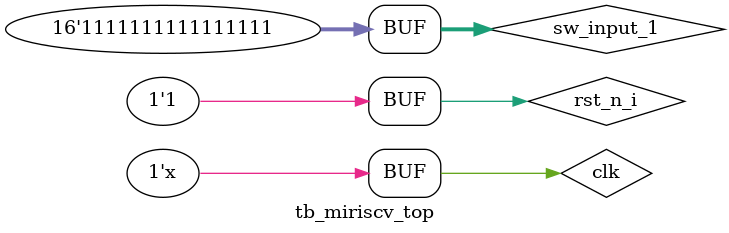
<source format=sv>
`timescale 1ns / 1ps

module tb_miriscv_top();

  parameter     HF_CYCLE = 2.5;       // 200 MHz clock
  parameter     RST_WAIT = 10;         // 10 ns reset
  parameter     RAM_SIZE = 4096;       // in 32-bit words

  // clock, reset
  reg clk;
  reg rst_n_i;
  reg [15:0] sw_input_1 = 16'b0;
  reg [15:0] led_output_2;

  miriscv_top #(
    .RAM_SIZE       ( RAM_SIZE        ),
    .RAM_INIT_FILE  ( "SeedData1.mem" )
  ) dut (
    .clk_i    ( clk   ),
    .rst_n_i  ( rst_n_i ), 
    .sw_i( sw_input_1 ),
    .led_o( led_output_2 )
  );

  initial begin
    clk   = 1'b0;
    rst_n_i = 1'b0;
    #RST_WAIT;
    rst_n_i = 1'b1;
    #402.5;
    sw_input_1 = 16'b1010111001001010;
    #800;
    sw_input_1 = 16'b1010100000000000;
    #800;
    sw_input_1 = 16'b1111111111111111;
  end
    
  /*always@(*)
    begin
    if(OUT_ == 32'h20)  
        input_1 = 32'b0;
    else 
        if(OUT_ == 32'h80000)
            input_2 = 32'b0;
    end*/
    
  always begin
    #HF_CYCLE;
    clk = ~clk;
  end

endmodule
</source>
